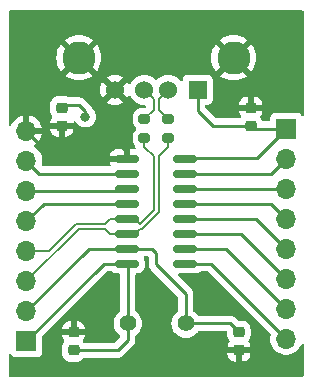
<source format=gbr>
%TF.GenerationSoftware,KiCad,Pcbnew,7.0.7*%
%TF.CreationDate,2024-04-10T23:56:20-07:00*%
%TF.ProjectId,USBTTL,55534254-544c-42e6-9b69-6361645f7063,rev?*%
%TF.SameCoordinates,Original*%
%TF.FileFunction,Copper,L1,Top*%
%TF.FilePolarity,Positive*%
%FSLAX46Y46*%
G04 Gerber Fmt 4.6, Leading zero omitted, Abs format (unit mm)*
G04 Created by KiCad (PCBNEW 7.0.7) date 2024-04-10 23:56:20*
%MOMM*%
%LPD*%
G01*
G04 APERTURE LIST*
G04 Aperture macros list*
%AMRoundRect*
0 Rectangle with rounded corners*
0 $1 Rounding radius*
0 $2 $3 $4 $5 $6 $7 $8 $9 X,Y pos of 4 corners*
0 Add a 4 corners polygon primitive as box body*
4,1,4,$2,$3,$4,$5,$6,$7,$8,$9,$2,$3,0*
0 Add four circle primitives for the rounded corners*
1,1,$1+$1,$2,$3*
1,1,$1+$1,$4,$5*
1,1,$1+$1,$6,$7*
1,1,$1+$1,$8,$9*
0 Add four rect primitives between the rounded corners*
20,1,$1+$1,$2,$3,$4,$5,0*
20,1,$1+$1,$4,$5,$6,$7,0*
20,1,$1+$1,$6,$7,$8,$9,0*
20,1,$1+$1,$8,$9,$2,$3,0*%
G04 Aperture macros list end*
%TA.AperFunction,ComponentPad*%
%ADD10C,1.400000*%
%TD*%
%TA.AperFunction,SMDPad,CuDef*%
%ADD11RoundRect,0.150000X-0.825000X-0.150000X0.825000X-0.150000X0.825000X0.150000X-0.825000X0.150000X0*%
%TD*%
%TA.AperFunction,SMDPad,CuDef*%
%ADD12RoundRect,0.225000X-0.250000X0.225000X-0.250000X-0.225000X0.250000X-0.225000X0.250000X0.225000X0*%
%TD*%
%TA.AperFunction,SMDPad,CuDef*%
%ADD13RoundRect,0.200000X-0.275000X0.200000X-0.275000X-0.200000X0.275000X-0.200000X0.275000X0.200000X0*%
%TD*%
%TA.AperFunction,SMDPad,CuDef*%
%ADD14RoundRect,0.225000X0.250000X-0.225000X0.250000X0.225000X-0.250000X0.225000X-0.250000X-0.225000X0*%
%TD*%
%TA.AperFunction,ComponentPad*%
%ADD15R,1.700000X1.700000*%
%TD*%
%TA.AperFunction,ComponentPad*%
%ADD16O,1.700000X1.700000*%
%TD*%
%TA.AperFunction,ComponentPad*%
%ADD17R,1.524000X1.524000*%
%TD*%
%TA.AperFunction,ComponentPad*%
%ADD18C,1.524000*%
%TD*%
%TA.AperFunction,ComponentPad*%
%ADD19C,2.800000*%
%TD*%
%TA.AperFunction,ViaPad*%
%ADD20C,0.800000*%
%TD*%
%TA.AperFunction,Conductor*%
%ADD21C,0.250000*%
%TD*%
%TA.AperFunction,Conductor*%
%ADD22C,0.200000*%
%TD*%
G04 APERTURE END LIST*
D10*
%TO.P,Y1,1,1*%
%TO.N,/Xi*%
X72500000Y-59500000D03*
%TO.P,Y1,2,2*%
%TO.N,/Xo*%
X67600000Y-59500000D03*
%TD*%
D11*
%TO.P,U1,1,GND*%
%TO.N,GND*%
X67525000Y-45555000D03*
%TO.P,U1,2,TXD*%
%TO.N,/Tx*%
X67525000Y-46825000D03*
%TO.P,U1,3,RXD*%
%TO.N,/Rx*%
X67525000Y-48095000D03*
%TO.P,U1,4,V3*%
%TO.N,/V3*%
X67525000Y-49365000D03*
%TO.P,U1,5,UD+*%
%TO.N,/D+*%
X67525000Y-50635000D03*
%TO.P,U1,6,UD-*%
%TO.N,/D-*%
X67525000Y-51905000D03*
%TO.P,U1,7,XI*%
%TO.N,/Xi*%
X67525000Y-53175000D03*
%TO.P,U1,8,XO*%
%TO.N,/Xo*%
X67525000Y-54445000D03*
%TO.P,U1,9,~{CTS}*%
%TO.N,/CTS*%
X72475000Y-54445000D03*
%TO.P,U1,10,~{DSR}*%
%TO.N,/DSR*%
X72475000Y-53175000D03*
%TO.P,U1,11,~{RI}*%
%TO.N,/RI*%
X72475000Y-51905000D03*
%TO.P,U1,12,~{DCD}*%
%TO.N,/DCD*%
X72475000Y-50635000D03*
%TO.P,U1,13,~{DTR}*%
%TO.N,/DTR*%
X72475000Y-49365000D03*
%TO.P,U1,14,~{RTS}*%
%TO.N,/RTS*%
X72475000Y-48095000D03*
%TO.P,U1,15,R232*%
%TO.N,/R232*%
X72475000Y-46825000D03*
%TO.P,U1,16,VCC*%
%TO.N,/VCC*%
X72475000Y-45555000D03*
%TD*%
D12*
%TO.P,C3,1*%
%TO.N,/Xi*%
X77000000Y-60225000D03*
%TO.P,C3,2*%
%TO.N,GND*%
X77000000Y-61775000D03*
%TD*%
D13*
%TO.P,R2,1*%
%TO.N,/Data+*%
X69000000Y-42175000D03*
%TO.P,R2,2*%
%TO.N,/D+*%
X69000000Y-43825000D03*
%TD*%
%TO.P,R1,1*%
%TO.N,/Data-*%
X71000000Y-42175000D03*
%TO.P,R1,2*%
%TO.N,/D-*%
X71000000Y-43825000D03*
%TD*%
D14*
%TO.P,C2,1*%
%TO.N,/VCC*%
X78000000Y-42775000D03*
%TO.P,C2,2*%
%TO.N,GND*%
X78000000Y-41225000D03*
%TD*%
D15*
%TO.P,J1,1,Pin_1*%
%TO.N,/Xo*%
X59000000Y-61000000D03*
D16*
%TO.P,J1,2,Pin_2*%
%TO.N,/Xi*%
X59000000Y-58460000D03*
%TO.P,J1,3,Pin_3*%
%TO.N,/D-*%
X59000000Y-55920000D03*
%TO.P,J1,4,Pin_4*%
%TO.N,/D+*%
X59000000Y-53380000D03*
%TO.P,J1,5,Pin_5*%
%TO.N,/V3*%
X59000000Y-50840000D03*
%TO.P,J1,6,Pin_6*%
%TO.N,/Rx*%
X59000000Y-48300000D03*
%TO.P,J1,7,Pin_7*%
%TO.N,/Tx*%
X59000000Y-45760000D03*
%TO.P,J1,8,Pin_8*%
%TO.N,GND*%
X59000000Y-43220000D03*
%TD*%
D14*
%TO.P,C4,1*%
%TO.N,/Xo*%
X63000000Y-61775000D03*
%TO.P,C4,2*%
%TO.N,GND*%
X63000000Y-60225000D03*
%TD*%
D15*
%TO.P,J2,1,Pin_1*%
%TO.N,/VCC*%
X81000000Y-43000000D03*
D16*
%TO.P,J2,2,Pin_2*%
%TO.N,/R232*%
X81000000Y-45540000D03*
%TO.P,J2,3,Pin_3*%
%TO.N,/RTS*%
X81000000Y-48080000D03*
%TO.P,J2,4,Pin_4*%
%TO.N,/DTR*%
X81000000Y-50620000D03*
%TO.P,J2,5,Pin_5*%
%TO.N,/DCD*%
X81000000Y-53160000D03*
%TO.P,J2,6,Pin_6*%
%TO.N,/RI*%
X81000000Y-55700000D03*
%TO.P,J2,7,Pin_7*%
%TO.N,/DSR*%
X81000000Y-58240000D03*
%TO.P,J2,8,Pin_8*%
%TO.N,/CTS*%
X81000000Y-60780000D03*
%TD*%
D17*
%TO.P,USB1,1,VCC*%
%TO.N,/VCC*%
X73500000Y-39715000D03*
D18*
%TO.P,USB1,2,D-*%
%TO.N,/Data-*%
X71000000Y-39715000D03*
%TO.P,USB1,3,D+*%
%TO.N,/Data+*%
X69000000Y-39715000D03*
%TO.P,USB1,4,GND*%
%TO.N,GND*%
X66500000Y-39715000D03*
D19*
%TO.P,USB1,5,Shield*%
X63450000Y-37005000D03*
%TO.P,USB1,6,Shield*%
X76550000Y-37005000D03*
%TD*%
D12*
%TO.P,C1,1*%
%TO.N,/V3*%
X62000000Y-41225000D03*
%TO.P,C1,2*%
%TO.N,GND*%
X62000000Y-42775000D03*
%TD*%
D20*
%TO.N,/V3*%
X64000000Y-42000000D03*
%TO.N,GND*%
X61500000Y-61500000D03*
X66500000Y-44000000D03*
X78500000Y-60500000D03*
%TD*%
D21*
%TO.N,/Xo*%
X67600000Y-54520000D02*
X67525000Y-54445000D01*
X67600000Y-59500000D02*
X67600000Y-54520000D01*
X67600000Y-60900000D02*
X67600000Y-59500000D01*
X66725000Y-61775000D02*
X67600000Y-60900000D01*
X63000000Y-61775000D02*
X66725000Y-61775000D01*
%TO.N,/Xi*%
X76275000Y-59500000D02*
X77000000Y-60225000D01*
X72500000Y-59500000D02*
X76275000Y-59500000D01*
X72500000Y-57000000D02*
X72500000Y-59500000D01*
X70000000Y-54500000D02*
X72500000Y-57000000D01*
X70000000Y-53500000D02*
X70000000Y-54500000D01*
X67525000Y-53175000D02*
X69675000Y-53175000D01*
X69675000Y-53175000D02*
X70000000Y-53500000D01*
%TO.N,/V3*%
X63500000Y-41000000D02*
X62225000Y-41000000D01*
X62225000Y-41000000D02*
X62000000Y-41225000D01*
X64000000Y-41500000D02*
X63500000Y-41000000D01*
X64000000Y-42000000D02*
X64000000Y-41500000D01*
X59000000Y-50840000D02*
X60475000Y-49365000D01*
X60475000Y-49365000D02*
X67525000Y-49365000D01*
%TO.N,GND*%
X67470000Y-45500000D02*
X67525000Y-45555000D01*
X77000000Y-61775000D02*
X78225000Y-61775000D01*
X63000000Y-60225000D02*
X61775000Y-60225000D01*
X61280000Y-45500000D02*
X67470000Y-45500000D01*
X78225000Y-61775000D02*
X78500000Y-61500000D01*
X61775000Y-60225000D02*
X61500000Y-60500000D01*
X78500000Y-61500000D02*
X78500000Y-60500000D01*
X67525000Y-45555000D02*
X67525000Y-45025000D01*
X67525000Y-45025000D02*
X66500000Y-44000000D01*
X61500000Y-60500000D02*
X61500000Y-61500000D01*
X59000000Y-43220000D02*
X61280000Y-45500000D01*
%TO.N,/VCC*%
X74775000Y-42775000D02*
X73500000Y-41500000D01*
X73500000Y-41500000D02*
X73500000Y-39715000D01*
X81000000Y-43000000D02*
X78500000Y-45500000D01*
X78225000Y-43000000D02*
X78000000Y-42775000D01*
X78500000Y-45500000D02*
X72530000Y-45500000D01*
X72530000Y-45500000D02*
X72475000Y-45555000D01*
X78000000Y-42775000D02*
X74775000Y-42775000D01*
X81000000Y-43000000D02*
X78225000Y-43000000D01*
%TO.N,/Xi*%
X59000000Y-58460000D02*
X64285000Y-53175000D01*
X64285000Y-53175000D02*
X67525000Y-53175000D01*
%TO.N,/Xo*%
X65555000Y-54445000D02*
X67525000Y-54445000D01*
X67525000Y-54445000D02*
X67480000Y-54490000D01*
X59000000Y-61000000D02*
X65555000Y-54445000D01*
D22*
%TO.N,/D-*%
X63425000Y-51495000D02*
X59000000Y-55920000D01*
X71000000Y-44537501D02*
X71000000Y-43825000D01*
X65652499Y-51495000D02*
X63425000Y-51495000D01*
X68200000Y-51905000D02*
X68610000Y-51495000D01*
X66062499Y-51905000D02*
X65652499Y-51495000D01*
X67525000Y-51905000D02*
X68200000Y-51905000D01*
X70225000Y-50093198D02*
X70225000Y-45312501D01*
X68610000Y-51495000D02*
X68823200Y-51495000D01*
X70225000Y-45312501D02*
X71000000Y-44537501D01*
X68823200Y-51495000D02*
X70225000Y-50093198D01*
X67525000Y-51905000D02*
X66062499Y-51905000D01*
%TO.N,/D+*%
X68200000Y-50635000D02*
X68610000Y-51045000D01*
X69775000Y-45312501D02*
X69000000Y-44537501D01*
X68610000Y-51045000D02*
X68636800Y-51045000D01*
X69775000Y-49906800D02*
X69775000Y-45312501D01*
X67525000Y-50635000D02*
X68200000Y-50635000D01*
X67525000Y-50635000D02*
X66062499Y-50635000D01*
X65652499Y-51045000D02*
X63238603Y-51045000D01*
X60903603Y-53380000D02*
X59000000Y-53380000D01*
X69000000Y-44537501D02*
X69000000Y-43825000D01*
X66062499Y-50635000D02*
X65652499Y-51045000D01*
X68636800Y-51045000D02*
X69775000Y-49906800D01*
X63238603Y-51045000D02*
X60903603Y-53380000D01*
D21*
%TO.N,/Rx*%
X59000000Y-48300000D02*
X59000000Y-48000000D01*
X59000000Y-48300000D02*
X67320000Y-48300000D01*
X67320000Y-48300000D02*
X67525000Y-48095000D01*
%TO.N,/Tx*%
X59000000Y-45760000D02*
X60065000Y-46825000D01*
X60065000Y-46825000D02*
X67525000Y-46825000D01*
%TO.N,/R232*%
X81000000Y-45540000D02*
X79715000Y-46825000D01*
X79715000Y-46825000D02*
X72475000Y-46825000D01*
%TO.N,/RTS*%
X81000000Y-48080000D02*
X72490000Y-48080000D01*
X72490000Y-48080000D02*
X72475000Y-48095000D01*
%TO.N,/DTR*%
X81000000Y-50620000D02*
X79745000Y-49365000D01*
X79745000Y-49365000D02*
X72475000Y-49365000D01*
%TO.N,/DCD*%
X78475000Y-50635000D02*
X72475000Y-50635000D01*
X81000000Y-53160000D02*
X78475000Y-50635000D01*
%TO.N,/RI*%
X81000000Y-55700000D02*
X77205000Y-51905000D01*
X77205000Y-51905000D02*
X72475000Y-51905000D01*
%TO.N,/DSR*%
X81000000Y-58240000D02*
X75935000Y-53175000D01*
X75935000Y-53175000D02*
X72475000Y-53175000D01*
%TO.N,/CTS*%
X74665000Y-54445000D02*
X72475000Y-54445000D01*
X81000000Y-60780000D02*
X74665000Y-54445000D01*
D22*
%TO.N,/Data-*%
X70225001Y-41400001D02*
X70225001Y-40489999D01*
X70225001Y-40489999D02*
X71000000Y-39715000D01*
X71000000Y-42175000D02*
X70225001Y-41400001D01*
%TO.N,/Data+*%
X69774999Y-40489999D02*
X69000000Y-39715000D01*
X69774999Y-41400001D02*
X69774999Y-40489999D01*
X69000000Y-42175000D02*
X69774999Y-41400001D01*
%TD*%
%TA.AperFunction,Conductor*%
%TO.N,GND*%
G36*
X69309539Y-53828185D02*
G01*
X69355294Y-53880989D01*
X69366500Y-53932500D01*
X69366500Y-54416366D01*
X69364761Y-54432113D01*
X69365032Y-54432139D01*
X69364298Y-54439905D01*
X69364298Y-54439908D01*
X69364298Y-54439909D01*
X69366500Y-54509956D01*
X69366500Y-54509957D01*
X69366500Y-54539859D01*
X69367384Y-54546856D01*
X69367842Y-54552679D01*
X69369326Y-54599889D01*
X69369327Y-54599891D01*
X69375022Y-54619495D01*
X69378967Y-54638542D01*
X69381526Y-54658797D01*
X69381527Y-54658800D01*
X69381528Y-54658803D01*
X69398914Y-54702716D01*
X69400806Y-54708244D01*
X69413981Y-54753592D01*
X69424372Y-54771162D01*
X69432932Y-54788635D01*
X69440447Y-54807617D01*
X69468209Y-54845827D01*
X69471416Y-54850710D01*
X69495458Y-54891362D01*
X69495462Y-54891366D01*
X69509889Y-54905793D01*
X69522526Y-54920588D01*
X69534528Y-54937107D01*
X69570931Y-54967222D01*
X69575231Y-54971135D01*
X70733752Y-56129656D01*
X71830181Y-57226085D01*
X71863666Y-57287408D01*
X71866500Y-57313766D01*
X71866500Y-58403724D01*
X71846815Y-58470763D01*
X71813625Y-58505298D01*
X71720224Y-58570699D01*
X71570697Y-58720225D01*
X71449411Y-58893441D01*
X71449410Y-58893443D01*
X71391448Y-59017744D01*
X71363692Y-59077268D01*
X71360045Y-59085088D01*
X71360041Y-59085097D01*
X71305315Y-59289339D01*
X71305313Y-59289350D01*
X71286884Y-59499998D01*
X71286884Y-59500001D01*
X71305313Y-59710649D01*
X71305315Y-59710660D01*
X71360041Y-59914902D01*
X71360043Y-59914906D01*
X71360044Y-59914910D01*
X71418747Y-60040799D01*
X71449410Y-60106556D01*
X71449411Y-60106558D01*
X71570700Y-60279778D01*
X71720221Y-60429299D01*
X71720224Y-60429301D01*
X71893442Y-60550589D01*
X72085090Y-60639956D01*
X72289345Y-60694686D01*
X72439812Y-60707850D01*
X72499998Y-60713116D01*
X72500000Y-60713116D01*
X72500002Y-60713116D01*
X72552663Y-60708508D01*
X72710655Y-60694686D01*
X72914910Y-60639956D01*
X73106558Y-60550589D01*
X73279776Y-60429301D01*
X73429301Y-60279776D01*
X73494699Y-60186376D01*
X73549275Y-60142752D01*
X73596274Y-60133500D01*
X75892500Y-60133500D01*
X75959539Y-60153185D01*
X76005294Y-60205989D01*
X76016500Y-60257500D01*
X76016500Y-60498879D01*
X76026764Y-60599336D01*
X76080697Y-60762098D01*
X76080702Y-60762109D01*
X76170712Y-60908036D01*
X76170715Y-60908040D01*
X76181004Y-60918329D01*
X76214489Y-60979652D01*
X76209505Y-61049344D01*
X76181004Y-61093691D01*
X76177427Y-61097267D01*
X76177424Y-61097271D01*
X76088457Y-61241507D01*
X76088452Y-61241518D01*
X76035144Y-61402393D01*
X76025000Y-61501677D01*
X76025000Y-61525000D01*
X77974999Y-61525000D01*
X77974999Y-61501692D01*
X77974998Y-61501677D01*
X77964855Y-61402392D01*
X77911547Y-61241518D01*
X77911542Y-61241507D01*
X77822575Y-61097271D01*
X77822572Y-61097267D01*
X77818996Y-61093691D01*
X77785511Y-61032368D01*
X77790495Y-60962676D01*
X77818999Y-60918326D01*
X77829285Y-60908040D01*
X77919302Y-60762101D01*
X77973236Y-60599336D01*
X77983500Y-60498872D01*
X77983500Y-59951128D01*
X77973236Y-59850664D01*
X77919302Y-59687899D01*
X77919298Y-59687893D01*
X77919297Y-59687890D01*
X77829287Y-59541963D01*
X77829284Y-59541959D01*
X77708040Y-59420715D01*
X77708036Y-59420712D01*
X77562109Y-59330702D01*
X77562103Y-59330699D01*
X77562101Y-59330698D01*
X77399336Y-59276764D01*
X77298879Y-59266500D01*
X77298872Y-59266500D01*
X76988768Y-59266500D01*
X76921729Y-59246815D01*
X76901087Y-59230182D01*
X76782089Y-59111185D01*
X76772189Y-59098825D01*
X76771978Y-59099000D01*
X76767003Y-59092988D01*
X76767000Y-59092982D01*
X76742316Y-59069802D01*
X76715921Y-59045015D01*
X76694768Y-59023863D01*
X76692792Y-59022331D01*
X76689183Y-59019531D01*
X76684750Y-59015744D01*
X76650321Y-58983414D01*
X76650319Y-58983412D01*
X76632431Y-58973578D01*
X76616170Y-58962897D01*
X76600039Y-58950384D01*
X76556693Y-58931627D01*
X76551445Y-58929056D01*
X76524251Y-58914106D01*
X76510060Y-58906305D01*
X76506660Y-58905432D01*
X76490287Y-58901228D01*
X76471881Y-58894926D01*
X76453144Y-58886818D01*
X76453146Y-58886818D01*
X76406496Y-58879430D01*
X76400781Y-58878246D01*
X76380612Y-58873068D01*
X76355032Y-58866500D01*
X76355030Y-58866500D01*
X76334616Y-58866500D01*
X76315217Y-58864973D01*
X76295058Y-58861780D01*
X76295057Y-58861780D01*
X76248034Y-58866225D01*
X76242196Y-58866500D01*
X73596274Y-58866500D01*
X73529235Y-58846815D01*
X73494699Y-58813623D01*
X73480708Y-58793642D01*
X73429301Y-58720224D01*
X73279776Y-58570699D01*
X73230735Y-58536360D01*
X73186375Y-58505298D01*
X73142751Y-58450720D01*
X73133500Y-58403724D01*
X73133500Y-57083631D01*
X73135239Y-57067879D01*
X73134968Y-57067854D01*
X73135700Y-57060098D01*
X73135702Y-57060091D01*
X73133500Y-56990028D01*
X73133500Y-56960144D01*
X73132614Y-56953141D01*
X73132157Y-56947322D01*
X73131390Y-56922906D01*
X73130674Y-56900111D01*
X73124976Y-56880499D01*
X73121033Y-56861466D01*
X73118474Y-56841203D01*
X73101085Y-56797286D01*
X73099196Y-56791766D01*
X73086018Y-56746407D01*
X73075626Y-56728835D01*
X73067066Y-56711362D01*
X73059552Y-56692383D01*
X73031794Y-56654179D01*
X73028587Y-56649296D01*
X73018873Y-56632871D01*
X73004542Y-56608638D01*
X72990108Y-56594204D01*
X72977471Y-56579409D01*
X72965472Y-56562893D01*
X72965470Y-56562890D01*
X72929073Y-56532781D01*
X72924751Y-56528847D01*
X71861086Y-55465181D01*
X71827601Y-55403858D01*
X71832585Y-55334166D01*
X71874457Y-55278233D01*
X71939921Y-55253816D01*
X71948767Y-55253500D01*
X73366505Y-55253500D01*
X73388899Y-55251737D01*
X73403831Y-55250562D01*
X73403833Y-55250561D01*
X73403835Y-55250561D01*
X73445962Y-55238321D01*
X73563601Y-55204145D01*
X73706807Y-55119453D01*
X73706812Y-55119448D01*
X73711442Y-55114819D01*
X73772765Y-55081334D01*
X73799123Y-55078500D01*
X74351234Y-55078500D01*
X74418273Y-55098185D01*
X74438915Y-55114819D01*
X79650936Y-60326841D01*
X79684421Y-60388164D01*
X79683461Y-60444962D01*
X79655435Y-60555635D01*
X79636844Y-60779994D01*
X79636844Y-60780005D01*
X79655434Y-61004359D01*
X79655436Y-61004371D01*
X79710703Y-61222614D01*
X79801140Y-61428792D01*
X79924276Y-61617265D01*
X79924284Y-61617276D01*
X80076756Y-61782902D01*
X80076760Y-61782906D01*
X80254424Y-61921189D01*
X80254425Y-61921189D01*
X80254427Y-61921191D01*
X80381135Y-61989761D01*
X80452426Y-62028342D01*
X80665365Y-62101444D01*
X80887431Y-62138500D01*
X81112569Y-62138500D01*
X81334635Y-62101444D01*
X81547574Y-62028342D01*
X81745576Y-61921189D01*
X81923240Y-61782906D01*
X82075722Y-61617268D01*
X82198860Y-61428791D01*
X82262443Y-61283833D01*
X82307399Y-61230346D01*
X82374135Y-61209656D01*
X82441463Y-61228330D01*
X82488007Y-61280440D01*
X82500000Y-61333642D01*
X82500000Y-63876000D01*
X82480315Y-63943039D01*
X82427511Y-63988794D01*
X82376000Y-64000000D01*
X57624000Y-64000000D01*
X57556961Y-63980315D01*
X57511206Y-63927511D01*
X57500000Y-63876000D01*
X57500000Y-62202783D01*
X57519685Y-62135744D01*
X57572489Y-62089989D01*
X57641647Y-62080045D01*
X57705203Y-62109070D01*
X57723264Y-62128469D01*
X57786739Y-62213261D01*
X57903796Y-62300889D01*
X58040799Y-62351989D01*
X58068050Y-62354918D01*
X58101345Y-62358499D01*
X58101362Y-62358500D01*
X59898638Y-62358500D01*
X59898654Y-62358499D01*
X59925692Y-62355591D01*
X59959201Y-62351989D01*
X60096204Y-62300889D01*
X60213261Y-62213261D01*
X60300889Y-62096204D01*
X60351989Y-61959201D01*
X60356076Y-61921187D01*
X60358499Y-61898654D01*
X60358500Y-61898637D01*
X60358500Y-60588766D01*
X60378185Y-60521727D01*
X60394819Y-60501085D01*
X60920904Y-59975000D01*
X62025000Y-59975000D01*
X62750000Y-59975000D01*
X62750000Y-59275000D01*
X63250000Y-59275000D01*
X63250000Y-59975000D01*
X63974999Y-59975000D01*
X63974999Y-59951692D01*
X63974998Y-59951677D01*
X63964855Y-59852392D01*
X63911547Y-59691518D01*
X63911542Y-59691507D01*
X63822575Y-59547271D01*
X63822572Y-59547267D01*
X63702732Y-59427427D01*
X63702728Y-59427424D01*
X63558492Y-59338457D01*
X63558481Y-59338452D01*
X63397606Y-59285144D01*
X63298322Y-59275000D01*
X63250000Y-59275000D01*
X62750000Y-59275000D01*
X62749999Y-59274999D01*
X62701693Y-59275000D01*
X62701675Y-59275001D01*
X62602392Y-59285144D01*
X62441518Y-59338452D01*
X62441507Y-59338457D01*
X62297271Y-59427424D01*
X62297267Y-59427427D01*
X62177427Y-59547267D01*
X62177424Y-59547271D01*
X62088457Y-59691507D01*
X62088452Y-59691518D01*
X62035144Y-59852393D01*
X62025000Y-59951677D01*
X62025000Y-59975000D01*
X60920904Y-59975000D01*
X65781086Y-55114819D01*
X65842409Y-55081334D01*
X65868767Y-55078500D01*
X66200877Y-55078500D01*
X66267916Y-55098185D01*
X66288558Y-55114819D01*
X66293187Y-55119448D01*
X66293191Y-55119451D01*
X66293193Y-55119453D01*
X66436399Y-55204145D01*
X66478530Y-55216385D01*
X66596164Y-55250561D01*
X66596167Y-55250561D01*
X66596169Y-55250562D01*
X66605501Y-55251296D01*
X66633495Y-55253500D01*
X66633498Y-55253500D01*
X66842500Y-55253500D01*
X66909539Y-55273185D01*
X66955294Y-55325989D01*
X66966500Y-55377500D01*
X66966500Y-58403724D01*
X66946815Y-58470763D01*
X66913625Y-58505298D01*
X66820224Y-58570699D01*
X66670697Y-58720225D01*
X66549411Y-58893441D01*
X66549410Y-58893443D01*
X66491448Y-59017744D01*
X66463692Y-59077268D01*
X66460045Y-59085088D01*
X66460041Y-59085097D01*
X66405315Y-59289339D01*
X66405313Y-59289350D01*
X66386884Y-59499998D01*
X66386884Y-59500001D01*
X66405313Y-59710649D01*
X66405315Y-59710660D01*
X66460041Y-59914902D01*
X66460043Y-59914906D01*
X66460044Y-59914910D01*
X66518747Y-60040799D01*
X66549410Y-60106556D01*
X66549411Y-60106558D01*
X66670700Y-60279778D01*
X66820222Y-60429300D01*
X66907716Y-60490564D01*
X66951341Y-60545141D01*
X66958534Y-60614639D01*
X66927012Y-60676994D01*
X66924274Y-60679820D01*
X66498914Y-61105181D01*
X66437591Y-61138666D01*
X66411233Y-61141500D01*
X63928489Y-61141500D01*
X63861450Y-61121815D01*
X63831223Y-61094411D01*
X63829287Y-61091963D01*
X63829285Y-61091960D01*
X63818996Y-61081671D01*
X63785511Y-61020352D01*
X63790493Y-60950660D01*
X63819000Y-60906304D01*
X63822574Y-60902729D01*
X63822575Y-60902728D01*
X63911542Y-60758492D01*
X63911547Y-60758481D01*
X63964855Y-60597606D01*
X63974999Y-60498322D01*
X63975000Y-60498309D01*
X63975000Y-60475000D01*
X62025001Y-60475000D01*
X62025001Y-60498322D01*
X62035144Y-60597607D01*
X62088452Y-60758481D01*
X62088457Y-60758492D01*
X62177424Y-60902728D01*
X62180999Y-60906303D01*
X62214488Y-60967624D01*
X62209507Y-61037316D01*
X62181007Y-61081667D01*
X62170716Y-61091958D01*
X62170712Y-61091963D01*
X62080702Y-61237890D01*
X62080697Y-61237901D01*
X62026764Y-61400663D01*
X62016500Y-61501120D01*
X62016500Y-62048879D01*
X62026764Y-62149336D01*
X62080697Y-62312098D01*
X62080702Y-62312109D01*
X62170712Y-62458036D01*
X62170715Y-62458040D01*
X62291959Y-62579284D01*
X62291963Y-62579287D01*
X62437890Y-62669297D01*
X62437893Y-62669298D01*
X62437899Y-62669302D01*
X62600664Y-62723236D01*
X62701128Y-62733500D01*
X62701133Y-62733500D01*
X63298867Y-62733500D01*
X63298872Y-62733500D01*
X63399336Y-62723236D01*
X63562101Y-62669302D01*
X63708040Y-62579285D01*
X63829285Y-62458040D01*
X63829288Y-62458034D01*
X63831223Y-62455589D01*
X63832980Y-62454344D01*
X63834392Y-62452933D01*
X63834633Y-62453174D01*
X63888245Y-62415212D01*
X63928489Y-62408500D01*
X66641366Y-62408500D01*
X66657113Y-62410238D01*
X66657139Y-62409968D01*
X66664905Y-62410701D01*
X66664909Y-62410702D01*
X66734958Y-62408500D01*
X66764856Y-62408500D01*
X66764857Y-62408500D01*
X66766222Y-62408327D01*
X66771862Y-62407614D01*
X66777685Y-62407156D01*
X66803708Y-62406338D01*
X66824890Y-62405673D01*
X66834681Y-62402827D01*
X66844481Y-62399980D01*
X66863538Y-62396032D01*
X66883797Y-62393474D01*
X66927721Y-62376082D01*
X66933221Y-62374199D01*
X66978593Y-62361018D01*
X66996165Y-62350625D01*
X67013632Y-62342068D01*
X67032617Y-62334552D01*
X67070826Y-62306790D01*
X67075704Y-62303585D01*
X67116362Y-62279542D01*
X67130802Y-62265100D01*
X67145592Y-62252470D01*
X67162107Y-62240472D01*
X67192222Y-62204067D01*
X67196126Y-62199776D01*
X67370902Y-62025000D01*
X76025001Y-62025000D01*
X76025001Y-62048322D01*
X76035144Y-62147607D01*
X76088452Y-62308481D01*
X76088457Y-62308492D01*
X76177424Y-62452728D01*
X76177427Y-62452732D01*
X76297267Y-62572572D01*
X76297271Y-62572575D01*
X76441507Y-62661542D01*
X76441518Y-62661547D01*
X76602393Y-62714855D01*
X76701683Y-62724999D01*
X76749999Y-62724998D01*
X76750000Y-62724998D01*
X76750000Y-62025000D01*
X77250000Y-62025000D01*
X77250000Y-62724999D01*
X77298308Y-62724999D01*
X77298322Y-62724998D01*
X77397607Y-62714855D01*
X77558481Y-62661547D01*
X77558492Y-62661542D01*
X77702728Y-62572575D01*
X77702732Y-62572572D01*
X77822572Y-62452732D01*
X77822575Y-62452728D01*
X77911542Y-62308492D01*
X77911547Y-62308481D01*
X77964855Y-62147606D01*
X77974999Y-62048322D01*
X77975000Y-62048309D01*
X77975000Y-62025000D01*
X77250000Y-62025000D01*
X76750000Y-62025000D01*
X76025001Y-62025000D01*
X67370902Y-62025000D01*
X67988813Y-61407089D01*
X68001177Y-61397186D01*
X68001003Y-61396976D01*
X68007015Y-61392002D01*
X68007015Y-61392001D01*
X68007018Y-61392000D01*
X68054984Y-61340920D01*
X68076135Y-61319770D01*
X68080461Y-61314192D01*
X68084250Y-61309755D01*
X68116586Y-61275321D01*
X68126419Y-61257432D01*
X68137102Y-61241169D01*
X68149614Y-61225041D01*
X68168371Y-61181691D01*
X68170941Y-61176447D01*
X68193693Y-61135064D01*
X68193693Y-61135063D01*
X68193695Y-61135060D01*
X68198774Y-61115273D01*
X68205070Y-61096885D01*
X68213181Y-61078145D01*
X68220569Y-61031497D01*
X68221751Y-61025786D01*
X68233500Y-60980030D01*
X68233500Y-60959614D01*
X68235027Y-60940214D01*
X68238220Y-60920057D01*
X68233775Y-60873033D01*
X68233500Y-60867195D01*
X68233500Y-60596274D01*
X68253185Y-60529235D01*
X68286377Y-60494699D01*
X68379776Y-60429301D01*
X68529301Y-60279776D01*
X68650589Y-60106558D01*
X68739956Y-59914910D01*
X68794686Y-59710655D01*
X68813116Y-59500000D01*
X68794686Y-59289345D01*
X68739956Y-59085090D01*
X68650589Y-58893442D01*
X68545832Y-58743833D01*
X68529302Y-58720225D01*
X68478733Y-58669656D01*
X68379776Y-58570699D01*
X68330735Y-58536360D01*
X68286375Y-58505298D01*
X68242751Y-58450720D01*
X68233500Y-58403724D01*
X68233500Y-55377500D01*
X68253185Y-55310461D01*
X68305989Y-55264706D01*
X68357500Y-55253500D01*
X68416505Y-55253500D01*
X68438899Y-55251737D01*
X68453831Y-55250562D01*
X68453833Y-55250561D01*
X68453835Y-55250561D01*
X68495962Y-55238321D01*
X68613601Y-55204145D01*
X68756807Y-55119453D01*
X68874453Y-55001807D01*
X68959145Y-54858601D01*
X69005562Y-54698831D01*
X69008500Y-54661502D01*
X69008500Y-54228498D01*
X69005562Y-54191169D01*
X68997351Y-54162907D01*
X68962754Y-54043823D01*
X68959145Y-54031399D01*
X68952551Y-54020250D01*
X68937986Y-53995621D01*
X68920803Y-53927897D01*
X68942963Y-53861634D01*
X68997429Y-53817871D01*
X69044718Y-53808500D01*
X69242500Y-53808500D01*
X69309539Y-53828185D01*
G37*
%TD.AperFunction*%
%TA.AperFunction,Conductor*%
G36*
X82443039Y-33019685D02*
G01*
X82488794Y-33072489D01*
X82500000Y-33124000D01*
X82500000Y-41797216D01*
X82480315Y-41864255D01*
X82427511Y-41910010D01*
X82358353Y-41919954D01*
X82294797Y-41890929D01*
X82276734Y-41871527D01*
X82228890Y-41807617D01*
X82213261Y-41786739D01*
X82096204Y-41699111D01*
X81959203Y-41648011D01*
X81898654Y-41641500D01*
X81898638Y-41641500D01*
X80101362Y-41641500D01*
X80101345Y-41641500D01*
X80040797Y-41648011D01*
X80040795Y-41648011D01*
X79903795Y-41699111D01*
X79786739Y-41786739D01*
X79699111Y-41903795D01*
X79648011Y-42040795D01*
X79648011Y-42040797D01*
X79641500Y-42101345D01*
X79641500Y-42242500D01*
X79621815Y-42309539D01*
X79569011Y-42355294D01*
X79517500Y-42366500D01*
X79051457Y-42366500D01*
X78984418Y-42346815D01*
X78938663Y-42294011D01*
X78933750Y-42281502D01*
X78919302Y-42237899D01*
X78884757Y-42181894D01*
X78829287Y-42091963D01*
X78829284Y-42091959D01*
X78818996Y-42081671D01*
X78785511Y-42020348D01*
X78790495Y-41950656D01*
X78818996Y-41906309D01*
X78822572Y-41902732D01*
X78822575Y-41902728D01*
X78911542Y-41758492D01*
X78911547Y-41758481D01*
X78964855Y-41597606D01*
X78974999Y-41498322D01*
X78975000Y-41498309D01*
X78975000Y-41475000D01*
X77025001Y-41475000D01*
X77025001Y-41498322D01*
X77035144Y-41597607D01*
X77088452Y-41758481D01*
X77088457Y-41758492D01*
X77177426Y-41902731D01*
X77177428Y-41902734D01*
X77181003Y-41906309D01*
X77214488Y-41967632D01*
X77209504Y-42037324D01*
X77181006Y-42081668D01*
X77170716Y-42091958D01*
X77168777Y-42094411D01*
X77167019Y-42095655D01*
X77165611Y-42097064D01*
X77165370Y-42096823D01*
X77111755Y-42134788D01*
X77071511Y-42141500D01*
X75088767Y-42141500D01*
X75021728Y-42121815D01*
X75001086Y-42105181D01*
X74169819Y-41273914D01*
X74136334Y-41212591D01*
X74133500Y-41186233D01*
X74133500Y-41109500D01*
X74153185Y-41042461D01*
X74205989Y-40996706D01*
X74257500Y-40985500D01*
X74310638Y-40985500D01*
X74310654Y-40985499D01*
X74337692Y-40982591D01*
X74371201Y-40978989D01*
X74379789Y-40975786D01*
X74381896Y-40975000D01*
X77025000Y-40975000D01*
X77750000Y-40975000D01*
X77750000Y-40275000D01*
X78250000Y-40275000D01*
X78250000Y-40975000D01*
X78974999Y-40975000D01*
X78974999Y-40951692D01*
X78974998Y-40951677D01*
X78964855Y-40852392D01*
X78911547Y-40691518D01*
X78911542Y-40691507D01*
X78822575Y-40547271D01*
X78822572Y-40547267D01*
X78702732Y-40427427D01*
X78702728Y-40427424D01*
X78558492Y-40338457D01*
X78558481Y-40338452D01*
X78397606Y-40285144D01*
X78298322Y-40275000D01*
X78250000Y-40275000D01*
X77750000Y-40275000D01*
X77749999Y-40274999D01*
X77701693Y-40275000D01*
X77701675Y-40275001D01*
X77602392Y-40285144D01*
X77441518Y-40338452D01*
X77441507Y-40338457D01*
X77297271Y-40427424D01*
X77297267Y-40427427D01*
X77177427Y-40547267D01*
X77177424Y-40547271D01*
X77088457Y-40691507D01*
X77088452Y-40691518D01*
X77035144Y-40852393D01*
X77025000Y-40951677D01*
X77025000Y-40975000D01*
X74381896Y-40975000D01*
X74415208Y-40962575D01*
X74508204Y-40927889D01*
X74625261Y-40840261D01*
X74712889Y-40723204D01*
X74763989Y-40586201D01*
X74768745Y-40541963D01*
X74770499Y-40525654D01*
X74770500Y-40525637D01*
X74770500Y-38904362D01*
X74770499Y-38904345D01*
X74767157Y-38873270D01*
X74763989Y-38843799D01*
X74759051Y-38830561D01*
X74741522Y-38783564D01*
X74712889Y-38706796D01*
X74625261Y-38589739D01*
X74508204Y-38502111D01*
X74371203Y-38451011D01*
X74310654Y-38444500D01*
X74310638Y-38444500D01*
X72689362Y-38444500D01*
X72689345Y-38444500D01*
X72628797Y-38451011D01*
X72628795Y-38451011D01*
X72491795Y-38502111D01*
X72374739Y-38589739D01*
X72287111Y-38706795D01*
X72236011Y-38843795D01*
X72236011Y-38843797D01*
X72232063Y-38880514D01*
X72205324Y-38945065D01*
X72147931Y-38984912D01*
X72078106Y-38987405D01*
X72018018Y-38951751D01*
X72007199Y-38938380D01*
X71976978Y-38895220D01*
X71912318Y-38830560D01*
X71819781Y-38738023D01*
X71679677Y-38639921D01*
X71637676Y-38610511D01*
X71536936Y-38563536D01*
X71436196Y-38516560D01*
X71436193Y-38516559D01*
X71436191Y-38516558D01*
X71221465Y-38459022D01*
X71221457Y-38459021D01*
X71000002Y-38439647D01*
X70999998Y-38439647D01*
X70778542Y-38459021D01*
X70778535Y-38459022D01*
X70563800Y-38516561D01*
X70362323Y-38610512D01*
X70362319Y-38610514D01*
X70180220Y-38738021D01*
X70087680Y-38830561D01*
X70026356Y-38864045D01*
X69956665Y-38859061D01*
X69912318Y-38830560D01*
X69819785Y-38738027D01*
X69819781Y-38738023D01*
X69674097Y-38636014D01*
X69637676Y-38610511D01*
X69536936Y-38563536D01*
X69436196Y-38516560D01*
X69436193Y-38516559D01*
X69436191Y-38516558D01*
X69221465Y-38459022D01*
X69221457Y-38459021D01*
X69000002Y-38439647D01*
X68999998Y-38439647D01*
X68778542Y-38459021D01*
X68778535Y-38459022D01*
X68563800Y-38516561D01*
X68362323Y-38610512D01*
X68362319Y-38610514D01*
X68180217Y-38738023D01*
X68023023Y-38895217D01*
X67895514Y-39077319D01*
X67895509Y-39077329D01*
X67857691Y-39158428D01*
X67811518Y-39210867D01*
X67744325Y-39230018D01*
X67677444Y-39209801D01*
X67632928Y-39158426D01*
X67597100Y-39081593D01*
X67597099Y-39081591D01*
X67551740Y-39016811D01*
X67082301Y-39486250D01*
X67020978Y-39519735D01*
X66951286Y-39514751D01*
X66897673Y-39475882D01*
X66857064Y-39424961D01*
X66816414Y-39373987D01*
X66744469Y-39324936D01*
X66700169Y-39270909D01*
X66692110Y-39201505D01*
X66722853Y-39138763D01*
X66726642Y-39134803D01*
X67198187Y-38663258D01*
X67133409Y-38617900D01*
X67133407Y-38617899D01*
X66933284Y-38524580D01*
X66933270Y-38524575D01*
X66719986Y-38467426D01*
X66719976Y-38467424D01*
X66500001Y-38448179D01*
X66499999Y-38448179D01*
X66280023Y-38467424D01*
X66280013Y-38467426D01*
X66066729Y-38524575D01*
X66066720Y-38524579D01*
X65866586Y-38617903D01*
X65801812Y-38663257D01*
X65801812Y-38663258D01*
X66270451Y-39131897D01*
X66303936Y-39193220D01*
X66298952Y-39262912D01*
X66257080Y-39318845D01*
X66240254Y-39329063D01*
X66237948Y-39330634D01*
X66136295Y-39424955D01*
X66136290Y-39424961D01*
X66114645Y-39462451D01*
X66064078Y-39510666D01*
X65995471Y-39523888D01*
X65930606Y-39497920D01*
X65919578Y-39488131D01*
X65448258Y-39016811D01*
X65448257Y-39016812D01*
X65402903Y-39081586D01*
X65309579Y-39281720D01*
X65309575Y-39281729D01*
X65252426Y-39495013D01*
X65252424Y-39495023D01*
X65233179Y-39714999D01*
X65233179Y-39715000D01*
X65252424Y-39934976D01*
X65252426Y-39934986D01*
X65309575Y-40148270D01*
X65309580Y-40148284D01*
X65402899Y-40348407D01*
X65402900Y-40348409D01*
X65448258Y-40413187D01*
X65917697Y-39943748D01*
X65979020Y-39910263D01*
X66048711Y-39915247D01*
X66102325Y-39954116D01*
X66142940Y-40005045D01*
X66183586Y-40056013D01*
X66255526Y-40105061D01*
X66299828Y-40159089D01*
X66307888Y-40228492D01*
X66277145Y-40291235D01*
X66273356Y-40295195D01*
X65801811Y-40766740D01*
X65801811Y-40766741D01*
X65866582Y-40812094D01*
X65866592Y-40812100D01*
X66066715Y-40905419D01*
X66066729Y-40905424D01*
X66280013Y-40962573D01*
X66280023Y-40962575D01*
X66499999Y-40981821D01*
X66500001Y-40981821D01*
X66719976Y-40962575D01*
X66719986Y-40962573D01*
X66933270Y-40905424D01*
X66933284Y-40905419D01*
X67133408Y-40812100D01*
X67133420Y-40812093D01*
X67198186Y-40766742D01*
X67198187Y-40766741D01*
X66729548Y-40298102D01*
X66696063Y-40236779D01*
X66701047Y-40167087D01*
X66742919Y-40111154D01*
X66759750Y-40100933D01*
X66762051Y-40099365D01*
X66762052Y-40099363D01*
X66762054Y-40099363D01*
X66863705Y-40005045D01*
X66885353Y-39967548D01*
X66935918Y-39919334D01*
X67004525Y-39906110D01*
X67069390Y-39932077D01*
X67080421Y-39941868D01*
X67551740Y-40413187D01*
X67551742Y-40413186D01*
X67597093Y-40348420D01*
X67597097Y-40348413D01*
X67632927Y-40271575D01*
X67679099Y-40219135D01*
X67746292Y-40199982D01*
X67813174Y-40220197D01*
X67857692Y-40271572D01*
X67859290Y-40274999D01*
X67895512Y-40352677D01*
X68023023Y-40534781D01*
X68180219Y-40691977D01*
X68362323Y-40819488D01*
X68563804Y-40913440D01*
X68778537Y-40970978D01*
X69000000Y-40990353D01*
X69015778Y-40988972D01*
X69084277Y-41002737D01*
X69134461Y-41051351D01*
X69150396Y-41119379D01*
X69127023Y-41185223D01*
X69114268Y-41200181D01*
X69084268Y-41230181D01*
X69022945Y-41263666D01*
X68996587Y-41266500D01*
X68667727Y-41266500D01*
X68596354Y-41272985D01*
X68596344Y-41272988D01*
X68432090Y-41324171D01*
X68284841Y-41413186D01*
X68163186Y-41534841D01*
X68074173Y-41682086D01*
X68022986Y-41846354D01*
X68016500Y-41917737D01*
X68016500Y-42432272D01*
X68022985Y-42503645D01*
X68022988Y-42503655D01*
X68074171Y-42667909D01*
X68074172Y-42667911D01*
X68074173Y-42667913D01*
X68083330Y-42683060D01*
X68163186Y-42815158D01*
X68260347Y-42912319D01*
X68293832Y-42973642D01*
X68288848Y-43043334D01*
X68260347Y-43087681D01*
X68163187Y-43184840D01*
X68163186Y-43184841D01*
X68074173Y-43332086D01*
X68022986Y-43496354D01*
X68016500Y-43567737D01*
X68016500Y-44082272D01*
X68022985Y-44153645D01*
X68022988Y-44153655D01*
X68074171Y-44317909D01*
X68074172Y-44317911D01*
X68074173Y-44317913D01*
X68163184Y-44465155D01*
X68241349Y-44543320D01*
X68274833Y-44604641D01*
X68269849Y-44674333D01*
X68227978Y-44730267D01*
X68162514Y-44754684D01*
X68153667Y-44755000D01*
X67775000Y-44755000D01*
X67775000Y-45681000D01*
X67755315Y-45748039D01*
X67702511Y-45793794D01*
X67651000Y-45805000D01*
X66052705Y-45805000D01*
X66052704Y-45805001D01*
X66052899Y-45807486D01*
X66098718Y-45965198D01*
X66121890Y-46004379D01*
X66139073Y-46072102D01*
X66116913Y-46138365D01*
X66062447Y-46182129D01*
X66015158Y-46191500D01*
X60451426Y-46191500D01*
X60384387Y-46171815D01*
X60338632Y-46119011D01*
X60328688Y-46049853D01*
X60331221Y-46037058D01*
X60344562Y-45984376D01*
X60344562Y-45984375D01*
X60344564Y-45984368D01*
X60344565Y-45984359D01*
X60363156Y-45760005D01*
X60363156Y-45759994D01*
X60344565Y-45535640D01*
X60344563Y-45535628D01*
X60311876Y-45406550D01*
X60289296Y-45317384D01*
X60283863Y-45304998D01*
X66052704Y-45304998D01*
X66052705Y-45305000D01*
X67275000Y-45305000D01*
X67275000Y-44755000D01*
X66634356Y-44755000D01*
X66597510Y-44757899D01*
X66597504Y-44757900D01*
X66439806Y-44803716D01*
X66439803Y-44803717D01*
X66298447Y-44887314D01*
X66298438Y-44887321D01*
X66182321Y-45003438D01*
X66182314Y-45003447D01*
X66098718Y-45144801D01*
X66052899Y-45302513D01*
X66052704Y-45304998D01*
X60283863Y-45304998D01*
X60198860Y-45111209D01*
X60075722Y-44922732D01*
X60075719Y-44922729D01*
X60075715Y-44922723D01*
X59923243Y-44757097D01*
X59923238Y-44757092D01*
X59745577Y-44618812D01*
X59745577Y-44618811D01*
X59702303Y-44595393D01*
X59652713Y-44546173D01*
X59637605Y-44477957D01*
X59661775Y-44412401D01*
X59690198Y-44384763D01*
X59871079Y-44258108D01*
X60038105Y-44091082D01*
X60173600Y-43897578D01*
X60273429Y-43683492D01*
X60273432Y-43683486D01*
X60330636Y-43470000D01*
X59613347Y-43470000D01*
X59546308Y-43450315D01*
X59500553Y-43397511D01*
X59490609Y-43328353D01*
X59494369Y-43311067D01*
X59500000Y-43291888D01*
X59500000Y-43148111D01*
X59494369Y-43128933D01*
X59494370Y-43059064D01*
X59516262Y-43025000D01*
X61025001Y-43025000D01*
X61025001Y-43048322D01*
X61035144Y-43147607D01*
X61088452Y-43308481D01*
X61088457Y-43308492D01*
X61177424Y-43452728D01*
X61177427Y-43452732D01*
X61297267Y-43572572D01*
X61297271Y-43572575D01*
X61441507Y-43661542D01*
X61441518Y-43661547D01*
X61602393Y-43714855D01*
X61701683Y-43724999D01*
X61749999Y-43724998D01*
X61750000Y-43724998D01*
X61750000Y-43025000D01*
X62249999Y-43025000D01*
X62249999Y-43724998D01*
X62250000Y-43724999D01*
X62298308Y-43724999D01*
X62298322Y-43724998D01*
X62397607Y-43714855D01*
X62558481Y-43661547D01*
X62558492Y-43661542D01*
X62702728Y-43572575D01*
X62702732Y-43572572D01*
X62822572Y-43452732D01*
X62822575Y-43452728D01*
X62911542Y-43308492D01*
X62911547Y-43308481D01*
X62964855Y-43147606D01*
X62974999Y-43048322D01*
X62975000Y-43048309D01*
X62975000Y-43025000D01*
X62249999Y-43025000D01*
X61750000Y-43025000D01*
X61025001Y-43025000D01*
X59516262Y-43025000D01*
X59532145Y-43000286D01*
X59595701Y-42971262D01*
X59613347Y-42970000D01*
X60330636Y-42970000D01*
X60330635Y-42969999D01*
X60273432Y-42756513D01*
X60273429Y-42756507D01*
X60173600Y-42542422D01*
X60173599Y-42542420D01*
X60038113Y-42348926D01*
X60038108Y-42348920D01*
X59871082Y-42181894D01*
X59677578Y-42046399D01*
X59463492Y-41946570D01*
X59463486Y-41946567D01*
X59249999Y-41889364D01*
X59249999Y-42607698D01*
X59230314Y-42674737D01*
X59177510Y-42720492D01*
X59108353Y-42730436D01*
X59035764Y-42720000D01*
X59035763Y-42720000D01*
X58964237Y-42720000D01*
X58964233Y-42720000D01*
X58891645Y-42730436D01*
X58822487Y-42720492D01*
X58769684Y-42674736D01*
X58750000Y-42607698D01*
X58750000Y-41889364D01*
X58749999Y-41889364D01*
X58536513Y-41946567D01*
X58536507Y-41946570D01*
X58322422Y-42046399D01*
X58322420Y-42046400D01*
X58128926Y-42181886D01*
X58128920Y-42181891D01*
X57961891Y-42348920D01*
X57961886Y-42348926D01*
X57826400Y-42542420D01*
X57826399Y-42542422D01*
X57736382Y-42735465D01*
X57690210Y-42787904D01*
X57623016Y-42807056D01*
X57556135Y-42786840D01*
X57510800Y-42733675D01*
X57500000Y-42683060D01*
X57500000Y-41498879D01*
X61016500Y-41498879D01*
X61026764Y-41599336D01*
X61080697Y-41762098D01*
X61080702Y-41762109D01*
X61170712Y-41908036D01*
X61170716Y-41908041D01*
X61181006Y-41918332D01*
X61214489Y-41979656D01*
X61209502Y-42049347D01*
X61181008Y-42093686D01*
X61177429Y-42097264D01*
X61177424Y-42097271D01*
X61088457Y-42241507D01*
X61088452Y-42241518D01*
X61035144Y-42402393D01*
X61025000Y-42501677D01*
X61025000Y-42525000D01*
X62974999Y-42525000D01*
X62974999Y-42504419D01*
X62994684Y-42437380D01*
X63047488Y-42391625D01*
X63116646Y-42381681D01*
X63180202Y-42410706D01*
X63206385Y-42442418D01*
X63260960Y-42536944D01*
X63388747Y-42678866D01*
X63543248Y-42791118D01*
X63717712Y-42868794D01*
X63904513Y-42908500D01*
X64095487Y-42908500D01*
X64282288Y-42868794D01*
X64456752Y-42791118D01*
X64611253Y-42678866D01*
X64739040Y-42536944D01*
X64834527Y-42371556D01*
X64893542Y-42189928D01*
X64913504Y-42000000D01*
X64893542Y-41810072D01*
X64836170Y-41633500D01*
X64834529Y-41628450D01*
X64834528Y-41628449D01*
X64834527Y-41628444D01*
X64739040Y-41463056D01*
X64625052Y-41336459D01*
X64598126Y-41288082D01*
X64590531Y-41261942D01*
X64586018Y-41246407D01*
X64575625Y-41228834D01*
X64567066Y-41211362D01*
X64562639Y-41200181D01*
X64559552Y-41192383D01*
X64531794Y-41154179D01*
X64528587Y-41149296D01*
X64510894Y-41119379D01*
X64504542Y-41108638D01*
X64490108Y-41094204D01*
X64477471Y-41079409D01*
X64465472Y-41062893D01*
X64465470Y-41062890D01*
X64429073Y-41032781D01*
X64424751Y-41028847D01*
X64007087Y-40611182D01*
X63997180Y-40598816D01*
X63996971Y-40598990D01*
X63992003Y-40592984D01*
X63940921Y-40545016D01*
X63919768Y-40523863D01*
X63917792Y-40522331D01*
X63914183Y-40519531D01*
X63909750Y-40515744D01*
X63875321Y-40483414D01*
X63875319Y-40483412D01*
X63857431Y-40473578D01*
X63841170Y-40462897D01*
X63825039Y-40450384D01*
X63781693Y-40431627D01*
X63776445Y-40429056D01*
X63747576Y-40413186D01*
X63735060Y-40406305D01*
X63731660Y-40405432D01*
X63715287Y-40401228D01*
X63696881Y-40394926D01*
X63678144Y-40386818D01*
X63678146Y-40386818D01*
X63631496Y-40379430D01*
X63625781Y-40378246D01*
X63605612Y-40373068D01*
X63580032Y-40366500D01*
X63580030Y-40366500D01*
X63559616Y-40366500D01*
X63540217Y-40364973D01*
X63520058Y-40361780D01*
X63520057Y-40361780D01*
X63473034Y-40366225D01*
X63467196Y-40366500D01*
X62655312Y-40366500D01*
X62590216Y-40348039D01*
X62562107Y-40330701D01*
X62562102Y-40330699D01*
X62562101Y-40330698D01*
X62399336Y-40276764D01*
X62298879Y-40266500D01*
X62298872Y-40266500D01*
X61701128Y-40266500D01*
X61701120Y-40266500D01*
X61600663Y-40276764D01*
X61437901Y-40330697D01*
X61437890Y-40330702D01*
X61291963Y-40420712D01*
X61291959Y-40420715D01*
X61170715Y-40541959D01*
X61170712Y-40541963D01*
X61080702Y-40687890D01*
X61080697Y-40687901D01*
X61026764Y-40850663D01*
X61016500Y-40951120D01*
X61016500Y-41498879D01*
X57500000Y-41498879D01*
X57500000Y-37005001D01*
X61545147Y-37005001D01*
X61564536Y-37276090D01*
X61564537Y-37276097D01*
X61622305Y-37541654D01*
X61717285Y-37796306D01*
X61717287Y-37796310D01*
X61847532Y-38034835D01*
X61847537Y-38034843D01*
X61941320Y-38160124D01*
X62447837Y-37653608D01*
X62509160Y-37620123D01*
X62578852Y-37625107D01*
X62631371Y-37662624D01*
X62703944Y-37751055D01*
X62792374Y-37823627D01*
X62831708Y-37881372D01*
X62833579Y-37951217D01*
X62801390Y-38007161D01*
X62294874Y-38513677D01*
X62294874Y-38513678D01*
X62420156Y-38607462D01*
X62420164Y-38607467D01*
X62658689Y-38737712D01*
X62658693Y-38737714D01*
X62913345Y-38832694D01*
X63178902Y-38890462D01*
X63178909Y-38890463D01*
X63449999Y-38909853D01*
X63450001Y-38909853D01*
X63721090Y-38890463D01*
X63721097Y-38890462D01*
X63986654Y-38832694D01*
X64241306Y-38737714D01*
X64241310Y-38737712D01*
X64479835Y-38607467D01*
X64479843Y-38607462D01*
X64605123Y-38513678D01*
X64605124Y-38513677D01*
X64098609Y-38007162D01*
X64065124Y-37945839D01*
X64070108Y-37876147D01*
X64107625Y-37823628D01*
X64196055Y-37751055D01*
X64268628Y-37662625D01*
X64326373Y-37623291D01*
X64396218Y-37621420D01*
X64452162Y-37653609D01*
X64958677Y-38160124D01*
X64958678Y-38160123D01*
X65052462Y-38034843D01*
X65052467Y-38034835D01*
X65182712Y-37796310D01*
X65182714Y-37796306D01*
X65277694Y-37541654D01*
X65335462Y-37276097D01*
X65335463Y-37276090D01*
X65354853Y-37005001D01*
X74645147Y-37005001D01*
X74664536Y-37276090D01*
X74664537Y-37276097D01*
X74722305Y-37541654D01*
X74817285Y-37796306D01*
X74817287Y-37796310D01*
X74947532Y-38034835D01*
X74947537Y-38034843D01*
X75041320Y-38160124D01*
X75547837Y-37653608D01*
X75609160Y-37620123D01*
X75678852Y-37625107D01*
X75731371Y-37662624D01*
X75803944Y-37751055D01*
X75892374Y-37823627D01*
X75931708Y-37881372D01*
X75933579Y-37951217D01*
X75901390Y-38007161D01*
X75394874Y-38513677D01*
X75394874Y-38513678D01*
X75520156Y-38607462D01*
X75520164Y-38607467D01*
X75758689Y-38737712D01*
X75758693Y-38737714D01*
X76013345Y-38832694D01*
X76278902Y-38890462D01*
X76278909Y-38890463D01*
X76549999Y-38909853D01*
X76550001Y-38909853D01*
X76821090Y-38890463D01*
X76821097Y-38890462D01*
X77086654Y-38832694D01*
X77341306Y-38737714D01*
X77341310Y-38737712D01*
X77579835Y-38607467D01*
X77579843Y-38607462D01*
X77705123Y-38513678D01*
X77705124Y-38513677D01*
X77198609Y-38007162D01*
X77165124Y-37945839D01*
X77170108Y-37876147D01*
X77207625Y-37823628D01*
X77296055Y-37751055D01*
X77368628Y-37662625D01*
X77426373Y-37623291D01*
X77496218Y-37621420D01*
X77552162Y-37653609D01*
X78058677Y-38160124D01*
X78058678Y-38160123D01*
X78152462Y-38034843D01*
X78152467Y-38034835D01*
X78282712Y-37796310D01*
X78282714Y-37796306D01*
X78377694Y-37541654D01*
X78435462Y-37276097D01*
X78435463Y-37276090D01*
X78454853Y-37005001D01*
X78454853Y-37004998D01*
X78435463Y-36733909D01*
X78435462Y-36733902D01*
X78377694Y-36468345D01*
X78282714Y-36213693D01*
X78282712Y-36213689D01*
X78152467Y-35975164D01*
X78152462Y-35975156D01*
X78058678Y-35849874D01*
X78058677Y-35849874D01*
X77552161Y-36356390D01*
X77490838Y-36389875D01*
X77421146Y-36384891D01*
X77368627Y-36347374D01*
X77296055Y-36258944D01*
X77207624Y-36186371D01*
X77168290Y-36128626D01*
X77166419Y-36058781D01*
X77198608Y-36002837D01*
X77705124Y-35496320D01*
X77579843Y-35402537D01*
X77579835Y-35402532D01*
X77341310Y-35272287D01*
X77341306Y-35272285D01*
X77086654Y-35177305D01*
X76821097Y-35119537D01*
X76821090Y-35119536D01*
X76550001Y-35100147D01*
X76549999Y-35100147D01*
X76278909Y-35119536D01*
X76278902Y-35119537D01*
X76013345Y-35177305D01*
X75758693Y-35272285D01*
X75758689Y-35272287D01*
X75520164Y-35402532D01*
X75394874Y-35496321D01*
X75901391Y-36002838D01*
X75934876Y-36064161D01*
X75929892Y-36133853D01*
X75892375Y-36186372D01*
X75803944Y-36258944D01*
X75731372Y-36347375D01*
X75673627Y-36386709D01*
X75603782Y-36388580D01*
X75547838Y-36356391D01*
X75041321Y-35849875D01*
X74947532Y-35975164D01*
X74817287Y-36213689D01*
X74817285Y-36213693D01*
X74722305Y-36468345D01*
X74664537Y-36733902D01*
X74664536Y-36733909D01*
X74645147Y-37004998D01*
X74645147Y-37005001D01*
X65354853Y-37005001D01*
X65354853Y-37004998D01*
X65335463Y-36733909D01*
X65335462Y-36733902D01*
X65277694Y-36468345D01*
X65182714Y-36213693D01*
X65182712Y-36213689D01*
X65052467Y-35975164D01*
X65052462Y-35975156D01*
X64958678Y-35849874D01*
X64958677Y-35849874D01*
X64452161Y-36356390D01*
X64390838Y-36389875D01*
X64321146Y-36384891D01*
X64268627Y-36347374D01*
X64196055Y-36258944D01*
X64107624Y-36186371D01*
X64068290Y-36128626D01*
X64066419Y-36058781D01*
X64098608Y-36002837D01*
X64605124Y-35496320D01*
X64479843Y-35402537D01*
X64479835Y-35402532D01*
X64241310Y-35272287D01*
X64241306Y-35272285D01*
X63986654Y-35177305D01*
X63721097Y-35119537D01*
X63721090Y-35119536D01*
X63450001Y-35100147D01*
X63449999Y-35100147D01*
X63178909Y-35119536D01*
X63178902Y-35119537D01*
X62913345Y-35177305D01*
X62658693Y-35272285D01*
X62658689Y-35272287D01*
X62420164Y-35402532D01*
X62294874Y-35496321D01*
X62801391Y-36002838D01*
X62834876Y-36064161D01*
X62829892Y-36133853D01*
X62792375Y-36186372D01*
X62703944Y-36258944D01*
X62631372Y-36347375D01*
X62573627Y-36386709D01*
X62503782Y-36388580D01*
X62447838Y-36356391D01*
X61941321Y-35849875D01*
X61847532Y-35975164D01*
X61717287Y-36213689D01*
X61717285Y-36213693D01*
X61622305Y-36468345D01*
X61564537Y-36733902D01*
X61564536Y-36733909D01*
X61545147Y-37004998D01*
X61545147Y-37005001D01*
X57500000Y-37005001D01*
X57500000Y-33124000D01*
X57519685Y-33056961D01*
X57572489Y-33011206D01*
X57624000Y-33000000D01*
X82376000Y-33000000D01*
X82443039Y-33019685D01*
G37*
%TD.AperFunction*%
%TD*%
M02*

</source>
